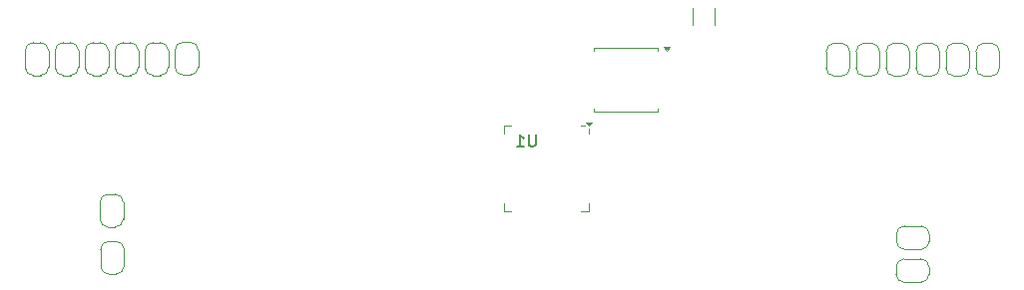
<source format=gbr>
%TF.GenerationSoftware,KiCad,Pcbnew,9.0.0*%
%TF.CreationDate,2025-03-06T16:27:56+01:00*%
%TF.ProjectId,mcuDevBoard,6d637544-6576-4426-9f61-72642e6b6963,rev?*%
%TF.SameCoordinates,Original*%
%TF.FileFunction,Legend,Bot*%
%TF.FilePolarity,Positive*%
%FSLAX46Y46*%
G04 Gerber Fmt 4.6, Leading zero omitted, Abs format (unit mm)*
G04 Created by KiCad (PCBNEW 9.0.0) date 2025-03-06 16:27:56*
%MOMM*%
%LPD*%
G01*
G04 APERTURE LIST*
%ADD10C,0.150000*%
%ADD11C,0.120000*%
G04 APERTURE END LIST*
D10*
X123161904Y-88554819D02*
X123161904Y-89364342D01*
X123161904Y-89364342D02*
X123114285Y-89459580D01*
X123114285Y-89459580D02*
X123066666Y-89507200D01*
X123066666Y-89507200D02*
X122971428Y-89554819D01*
X122971428Y-89554819D02*
X122780952Y-89554819D01*
X122780952Y-89554819D02*
X122685714Y-89507200D01*
X122685714Y-89507200D02*
X122638095Y-89459580D01*
X122638095Y-89459580D02*
X122590476Y-89364342D01*
X122590476Y-89364342D02*
X122590476Y-88554819D01*
X121590476Y-89554819D02*
X122161904Y-89554819D01*
X121876190Y-89554819D02*
X121876190Y-88554819D01*
X121876190Y-88554819D02*
X121971428Y-88697676D01*
X121971428Y-88697676D02*
X122066666Y-88792914D01*
X122066666Y-88792914D02*
X122161904Y-88840533D01*
D11*
%TO.C,JP12*%
X160518600Y-82879400D02*
X160518600Y-81479400D01*
X161218600Y-80779400D02*
X161818600Y-80779400D01*
X161818600Y-83579400D02*
X161218600Y-83579400D01*
X162518600Y-81479400D02*
X162518600Y-82879400D01*
X160518600Y-81479400D02*
G75*
G02*
X161218600Y-80779400I700000J0D01*
G01*
X161218600Y-83579400D02*
G75*
G02*
X160518600Y-82879400I-1J699999D01*
G01*
X161818600Y-80779400D02*
G75*
G02*
X162518600Y-81479400I0J-700000D01*
G01*
X162518600Y-82879400D02*
G75*
G02*
X161818600Y-83579400I-699999J-1D01*
G01*
%TO.C,U5*%
X128085000Y-81170000D02*
X130810000Y-81170000D01*
X128085000Y-81430000D02*
X128085000Y-81170000D01*
X128085000Y-86360000D02*
X128085000Y-86620000D01*
X128085000Y-86620000D02*
X130810000Y-86620000D01*
X133535000Y-81170000D02*
X130810000Y-81170000D01*
X133535000Y-81430000D02*
X133535000Y-81170000D01*
X133535000Y-86360000D02*
X133535000Y-86620000D01*
X133535000Y-86620000D02*
X130810000Y-86620000D01*
X134317500Y-81430000D02*
X134077500Y-81100000D01*
X134557500Y-81100000D01*
X134317500Y-81430000D01*
G36*
X134317500Y-81430000D02*
G01*
X134077500Y-81100000D01*
X134557500Y-81100000D01*
X134317500Y-81430000D01*
G37*
%TO.C,JP4*%
X90023400Y-82820200D02*
X90023400Y-81420200D01*
X90723400Y-80720200D02*
X91323400Y-80720200D01*
X91323400Y-83520200D02*
X90723400Y-83520200D01*
X92023400Y-81420200D02*
X92023400Y-82820200D01*
X90023400Y-81420200D02*
G75*
G02*
X90723400Y-80720200I700000J0D01*
G01*
X90723400Y-83520200D02*
G75*
G02*
X90023400Y-82820200I-1J699999D01*
G01*
X91323400Y-80720200D02*
G75*
G02*
X92023400Y-81420200I0J-700000D01*
G01*
X92023400Y-82820200D02*
G75*
G02*
X91323400Y-83520200I-699999J-1D01*
G01*
%TO.C,JP11*%
X92563400Y-82790200D02*
X92563400Y-81390200D01*
X93263400Y-80690200D02*
X93863400Y-80690200D01*
X93863400Y-83490200D02*
X93263400Y-83490200D01*
X94563400Y-81390200D02*
X94563400Y-82790200D01*
X92563400Y-81390200D02*
G75*
G02*
X93263400Y-80690200I700000J0D01*
G01*
X93263400Y-83490200D02*
G75*
G02*
X92563400Y-82790200I-1J699999D01*
G01*
X93863400Y-80690200D02*
G75*
G02*
X94563400Y-81390200I0J-700000D01*
G01*
X94563400Y-82790200D02*
G75*
G02*
X93863400Y-83490200I-699999J-1D01*
G01*
%TO.C,JP2*%
X155438600Y-82879400D02*
X155438600Y-81479400D01*
X156138600Y-80779400D02*
X156738600Y-80779400D01*
X156738600Y-83579400D02*
X156138600Y-83579400D01*
X157438600Y-81479400D02*
X157438600Y-82879400D01*
X155438600Y-81479400D02*
G75*
G02*
X156138600Y-80779400I700000J0D01*
G01*
X156138600Y-83579400D02*
G75*
G02*
X155438600Y-82879400I-1J699999D01*
G01*
X156738600Y-80779400D02*
G75*
G02*
X157438600Y-81479400I0J-700000D01*
G01*
X157438600Y-82879400D02*
G75*
G02*
X156738600Y-83579400I-699999J-1D01*
G01*
%TO.C,JP13*%
X86200000Y-94300000D02*
X86200000Y-95700000D01*
X86900000Y-96400000D02*
X87500000Y-96400000D01*
X87500000Y-93600000D02*
X86900000Y-93600000D01*
X88200000Y-95700000D02*
X88200000Y-94300000D01*
X86200000Y-94300000D02*
G75*
G02*
X86900000Y-93600000I700000J0D01*
G01*
X86900000Y-96400000D02*
G75*
G02*
X86200000Y-95700000I-1J699999D01*
G01*
X87500000Y-93600000D02*
G75*
G02*
X88200000Y-94300000I0J-700000D01*
G01*
X88200000Y-95700000D02*
G75*
G02*
X87500000Y-96400000I-699999J-1D01*
G01*
%TO.C,JP14*%
X153768600Y-97000000D02*
X153768600Y-97600000D01*
X154468600Y-98300000D02*
X155868600Y-98300000D01*
X155868600Y-96300000D02*
X154468600Y-96300000D01*
X156568600Y-97600000D02*
X156568600Y-97000000D01*
X153768600Y-97000000D02*
G75*
G02*
X154468600Y-96300000I700000J0D01*
G01*
X154468600Y-98300000D02*
G75*
G02*
X153768600Y-97600000I0J700000D01*
G01*
X155868600Y-96300000D02*
G75*
G02*
X156568600Y-97000000I1J-699999D01*
G01*
X156568600Y-97600000D02*
G75*
G02*
X155868600Y-98300000I-699999J-1D01*
G01*
%TO.C,JP9*%
X79863400Y-82820200D02*
X79863400Y-81420200D01*
X80563400Y-80720200D02*
X81163400Y-80720200D01*
X81163400Y-83520200D02*
X80563400Y-83520200D01*
X81863400Y-81420200D02*
X81863400Y-82820200D01*
X79863400Y-81420200D02*
G75*
G02*
X80563400Y-80720200I700000J0D01*
G01*
X80563400Y-83520200D02*
G75*
G02*
X79863400Y-82820200I-1J699999D01*
G01*
X81163400Y-80720200D02*
G75*
G02*
X81863400Y-81420200I0J-700000D01*
G01*
X81863400Y-82820200D02*
G75*
G02*
X81163400Y-83520200I-699999J-1D01*
G01*
%TO.C,JP1*%
X157978600Y-82879400D02*
X157978600Y-81479400D01*
X158678600Y-80779400D02*
X159278600Y-80779400D01*
X159278600Y-83579400D02*
X158678600Y-83579400D01*
X159978600Y-81479400D02*
X159978600Y-82879400D01*
X157978600Y-81479400D02*
G75*
G02*
X158678600Y-80779400I700000J0D01*
G01*
X158678600Y-83579400D02*
G75*
G02*
X157978600Y-82879400I-1J699999D01*
G01*
X159278600Y-80779400D02*
G75*
G02*
X159978600Y-81479400I0J-700000D01*
G01*
X159978600Y-82879400D02*
G75*
G02*
X159278600Y-83579400I-699999J-1D01*
G01*
%TO.C,JP6*%
X152898600Y-82879400D02*
X152898600Y-81479400D01*
X153598600Y-80779400D02*
X154198600Y-80779400D01*
X154198600Y-83579400D02*
X153598600Y-83579400D01*
X154898600Y-81479400D02*
X154898600Y-82879400D01*
X152898600Y-81479400D02*
G75*
G02*
X153598600Y-80779400I700000J0D01*
G01*
X153598600Y-83579400D02*
G75*
G02*
X152898600Y-82879400I-1J699999D01*
G01*
X154198600Y-80779400D02*
G75*
G02*
X154898600Y-81479400I0J-700000D01*
G01*
X154898600Y-82879400D02*
G75*
G02*
X154198600Y-83579400I-699999J-1D01*
G01*
%TO.C,JP3*%
X87483400Y-82820200D02*
X87483400Y-81420200D01*
X88183400Y-80720200D02*
X88783400Y-80720200D01*
X88783400Y-83520200D02*
X88183400Y-83520200D01*
X89483400Y-81420200D02*
X89483400Y-82820200D01*
X87483400Y-81420200D02*
G75*
G02*
X88183400Y-80720200I700000J0D01*
G01*
X88183400Y-83520200D02*
G75*
G02*
X87483400Y-82820200I-1J699999D01*
G01*
X88783400Y-80720200D02*
G75*
G02*
X89483400Y-81420200I0J-700000D01*
G01*
X89483400Y-82820200D02*
G75*
G02*
X88783400Y-83520200I-699999J-1D01*
G01*
%TO.C,JP7*%
X82403400Y-82820200D02*
X82403400Y-81420200D01*
X83103400Y-80720200D02*
X83703400Y-80720200D01*
X83703400Y-83520200D02*
X83103400Y-83520200D01*
X84403400Y-81420200D02*
X84403400Y-82820200D01*
X82403400Y-81420200D02*
G75*
G02*
X83103400Y-80720200I700000J0D01*
G01*
X83103400Y-83520200D02*
G75*
G02*
X82403400Y-82820200I-1J699999D01*
G01*
X83703400Y-80720200D02*
G75*
G02*
X84403400Y-81420200I0J-700000D01*
G01*
X84403400Y-82820200D02*
G75*
G02*
X83703400Y-83520200I-699999J-1D01*
G01*
%TO.C,JP18*%
X153750000Y-99800000D02*
X153750000Y-100400000D01*
X154450000Y-101100000D02*
X155850000Y-101100000D01*
X155850000Y-99100000D02*
X154450000Y-99100000D01*
X156550000Y-100400000D02*
X156550000Y-99800000D01*
X153750000Y-99800000D02*
G75*
G02*
X154450000Y-99100000I700000J0D01*
G01*
X154450000Y-101100000D02*
G75*
G02*
X153750000Y-100400000I0J700000D01*
G01*
X155850000Y-99100000D02*
G75*
G02*
X156550000Y-99800000I1J-699999D01*
G01*
X156550000Y-100400000D02*
G75*
G02*
X155850000Y-101100000I-699999J-1D01*
G01*
%TO.C,JP5*%
X84943400Y-82820200D02*
X84943400Y-81420200D01*
X85643400Y-80720200D02*
X86243400Y-80720200D01*
X86243400Y-83520200D02*
X85643400Y-83520200D01*
X86943400Y-81420200D02*
X86943400Y-82820200D01*
X84943400Y-81420200D02*
G75*
G02*
X85643400Y-80720200I700000J0D01*
G01*
X85643400Y-83520200D02*
G75*
G02*
X84943400Y-82820200I-1J699999D01*
G01*
X86243400Y-80720200D02*
G75*
G02*
X86943400Y-81420200I0J-700000D01*
G01*
X86943400Y-82820200D02*
G75*
G02*
X86243400Y-83520200I-699999J-1D01*
G01*
%TO.C,R32*%
X136504000Y-77758936D02*
X136504000Y-79213064D01*
X138324000Y-77758936D02*
X138324000Y-79213064D01*
%TO.C,JP8*%
X150358600Y-82879400D02*
X150358600Y-81479400D01*
X151058600Y-80779400D02*
X151658600Y-80779400D01*
X151658600Y-83579400D02*
X151058600Y-83579400D01*
X152358600Y-81479400D02*
X152358600Y-82879400D01*
X150358600Y-81479400D02*
G75*
G02*
X151058600Y-80779400I700000J0D01*
G01*
X151058600Y-83579400D02*
G75*
G02*
X150358600Y-82879400I-1J699999D01*
G01*
X151658600Y-80779400D02*
G75*
G02*
X152358600Y-81479400I0J-700000D01*
G01*
X152358600Y-82879400D02*
G75*
G02*
X151658600Y-83579400I-699999J-1D01*
G01*
%TO.C,U1*%
X120460500Y-87814000D02*
X121110500Y-87814000D01*
X120460500Y-88464000D02*
X120460500Y-87814000D01*
X120460500Y-94384000D02*
X120460500Y-95034000D01*
X120460500Y-95034000D02*
X121110500Y-95034000D01*
X127380500Y-87814000D02*
X127030500Y-87814000D01*
X127680500Y-88054000D02*
X127680500Y-88464000D01*
X127680500Y-94384000D02*
X127680500Y-95034000D01*
X127680500Y-95034000D02*
X127030500Y-95034000D01*
X127680500Y-87814000D02*
X127440500Y-87484000D01*
X127920500Y-87484000D01*
X127680500Y-87814000D01*
G36*
X127680500Y-87814000D02*
G01*
X127440500Y-87484000D01*
X127920500Y-87484000D01*
X127680500Y-87814000D01*
G37*
%TO.C,JP17*%
X86265900Y-98300000D02*
X86265900Y-99700000D01*
X86965900Y-100400000D02*
X87565900Y-100400000D01*
X87565900Y-97600000D02*
X86965900Y-97600000D01*
X88265900Y-99700000D02*
X88265900Y-98300000D01*
X86265900Y-98300000D02*
G75*
G02*
X86965900Y-97600000I699999J1D01*
G01*
X86965900Y-100400000D02*
G75*
G02*
X86265900Y-99700000I0J700000D01*
G01*
X87565900Y-97600000D02*
G75*
G02*
X88265900Y-98300000I1J-699999D01*
G01*
X88265900Y-99700000D02*
G75*
G02*
X87565900Y-100400000I-700000J0D01*
G01*
%TO.C,JP10*%
X147818600Y-82879400D02*
X147818600Y-81479400D01*
X148518600Y-80779400D02*
X149118600Y-80779400D01*
X149118600Y-83579400D02*
X148518600Y-83579400D01*
X149818600Y-81479400D02*
X149818600Y-82879400D01*
X147818600Y-81479400D02*
G75*
G02*
X148518600Y-80779400I700000J0D01*
G01*
X148518600Y-83579400D02*
G75*
G02*
X147818600Y-82879400I-1J699999D01*
G01*
X149118600Y-80779400D02*
G75*
G02*
X149818600Y-81479400I0J-700000D01*
G01*
X149818600Y-82879400D02*
G75*
G02*
X149118600Y-83579400I-699999J-1D01*
G01*
%TD*%
M02*

</source>
